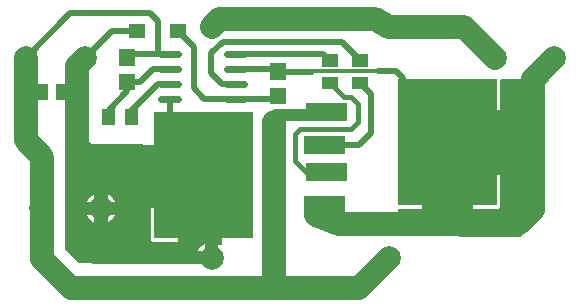
<source format=gbl>
G04 Layer: BottomLayer*
G04 EasyEDA v6.5.8, 2022-07-18 23:19:08*
G04 1589dfe675ed41be9403e30dc75cfddf,10*
G04 Gerber Generator version 0.2*
G04 Scale: 100 percent, Rotated: No, Reflected: No *
G04 Dimensions in millimeters *
G04 leading zeros omitted , absolute positions ,4 integer and 5 decimal *
%FSLAX45Y45*%
%MOMM*%

%ADD10C,2.0320*%
%ADD11C,0.5080*%
%ADD12C,0.4000*%
%ADD13C,2.0000*%
%ADD14C,0.5000*%
%ADD15C,0.3000*%
%ADD16C,1.0160*%
%ADD17C,0.5880*%
%ADD18R,1.3500X1.4100*%
%ADD19R,1.3770X1.1325*%
%ADD20C,0.7000*%
%ADD21C,0.0151*%

%LPD*%
G36*
X4504232Y-1993900D02*
G01*
X3480104Y-1990039D01*
X3476244Y-1989277D01*
X3472942Y-1987042D01*
X3470757Y-1983739D01*
X3469995Y-1979879D01*
X3469995Y-1769465D01*
X3470757Y-1765554D01*
X3472942Y-1762252D01*
X3476244Y-1760067D01*
X3480155Y-1759305D01*
X3672992Y-1759305D01*
X3672992Y-1467612D01*
X3480155Y-1467612D01*
X3476244Y-1466850D01*
X3472942Y-1464665D01*
X3470757Y-1461363D01*
X3469995Y-1457452D01*
X3469995Y-930097D01*
X3470757Y-926185D01*
X3472942Y-922883D01*
X3476244Y-920699D01*
X3480155Y-919937D01*
X3672992Y-919937D01*
X3672992Y-670153D01*
X3673754Y-666292D01*
X3675989Y-662990D01*
X3679291Y-660755D01*
X3683152Y-659993D01*
X4094530Y-659993D01*
X4098442Y-660755D01*
X4101795Y-662990D01*
X4103928Y-666292D01*
X4104741Y-670153D01*
X4104741Y-919937D01*
X4338370Y-919937D01*
X4338370Y-670153D01*
X4339132Y-666292D01*
X4341317Y-662990D01*
X4344619Y-660755D01*
X4348530Y-659993D01*
X4735474Y-659993D01*
X4739335Y-660755D01*
X4742688Y-662990D01*
X4744821Y-666292D01*
X4745634Y-670153D01*
X4744821Y-674065D01*
X4742688Y-677367D01*
X4710734Y-709320D01*
X4710023Y-710996D01*
X4711649Y-1793239D01*
X4710938Y-1797100D01*
X4708702Y-1800402D01*
X4705400Y-1802638D01*
X4699050Y-1803603D01*
X4698288Y-1804111D01*
X4511497Y-1990902D01*
X4508195Y-1993138D01*
G37*

%LPC*%
G36*
X4104741Y-1759305D02*
G01*
X4307382Y-1759305D01*
X4313834Y-1758645D01*
X4319524Y-1756918D01*
X4324756Y-1754073D01*
X4329379Y-1750314D01*
X4333240Y-1745691D01*
X4335983Y-1740407D01*
X4337761Y-1734718D01*
X4338370Y-1728266D01*
X4338370Y-1467612D01*
X4104741Y-1467612D01*
G37*

%LPD*%
G36*
X990498Y-2222500D02*
G01*
X774192Y-2220061D01*
X770331Y-2219248D01*
X767029Y-2217013D01*
X650595Y-2098446D01*
X648411Y-2095195D01*
X647750Y-2091334D01*
X647750Y-1216761D01*
X648462Y-1212850D01*
X650697Y-1209548D01*
X653999Y-1207363D01*
X657961Y-1206601D01*
X1969922Y-1219911D01*
X1973783Y-1220724D01*
X1977034Y-1222908D01*
X1979218Y-1226210D01*
X1979980Y-1230071D01*
X1979980Y-2054402D01*
X1979066Y-2058568D01*
X1976577Y-2061972D01*
X1972970Y-2064105D01*
X1968652Y-2064512D01*
X1964689Y-2063140D01*
X1957679Y-2059076D01*
X1948688Y-2059076D01*
X1948688Y-2115362D01*
X1969820Y-2115362D01*
X1973681Y-2116124D01*
X1977034Y-2118309D01*
X1979218Y-2121611D01*
X1979980Y-2125522D01*
X1979980Y-2209901D01*
X1979218Y-2213762D01*
X1977034Y-2217064D01*
X1973732Y-2219299D01*
X1969871Y-2220061D01*
X1625549Y-2222500D01*
G37*

%LPC*%
G36*
X1774850Y-2115362D02*
G01*
X1835912Y-2115362D01*
X1835912Y-2059076D01*
X1826920Y-2059076D01*
X1819402Y-2063496D01*
X1807108Y-2072843D01*
X1795983Y-2083612D01*
X1786331Y-2095652D01*
X1778050Y-2108708D01*
G37*
G36*
X1407617Y-2038756D02*
G01*
X1610258Y-2038756D01*
X1610258Y-1747062D01*
X1376629Y-1747062D01*
X1376629Y-2007717D01*
X1377238Y-2014169D01*
X1379016Y-2019858D01*
X1381760Y-2025142D01*
X1385570Y-2029764D01*
X1390243Y-2033524D01*
X1395425Y-2036368D01*
X1401165Y-2038096D01*
G37*
G36*
X1011377Y-1870252D02*
G01*
X1024686Y-1862937D01*
X1037234Y-1853946D01*
X1048664Y-1843481D01*
X1058722Y-1831797D01*
X1067409Y-1818944D01*
X1072540Y-1808937D01*
X1011377Y-1808937D01*
G37*
G36*
X898702Y-1870049D02*
G01*
X898702Y-1808937D01*
X837488Y-1808937D01*
X838962Y-1812188D01*
X846785Y-1825498D01*
X856183Y-1837791D01*
X866952Y-1848866D01*
X878941Y-1858619D01*
X892098Y-1866849D01*
G37*
G36*
X837488Y-1696262D02*
G01*
X898702Y-1696262D01*
X898702Y-1635150D01*
X892098Y-1638350D01*
X878941Y-1646580D01*
X866952Y-1656334D01*
X856183Y-1667408D01*
X846785Y-1679702D01*
X838962Y-1693011D01*
G37*
G36*
X1011377Y-1696262D02*
G01*
X1072540Y-1696262D01*
X1067409Y-1686255D01*
X1058722Y-1673402D01*
X1048664Y-1661718D01*
X1037234Y-1651254D01*
X1024686Y-1642262D01*
X1011377Y-1634947D01*
G37*

%LPD*%
D10*
X3390900Y-2171700D02*
G01*
X3136900Y-2425700D01*
X3086100Y-2425700D01*
D11*
X2093343Y-825497D02*
G01*
X2451102Y-825497D01*
X2451102Y-801494D01*
X643000Y-770001D02*
G01*
X749302Y-663699D01*
X749302Y-656846D01*
X1538759Y-838304D02*
G01*
X1538759Y-1473304D01*
X1826036Y-1473304D01*
D10*
X4289552Y-480009D02*
G01*
X4025440Y-215897D01*
X3390902Y-215897D01*
D11*
X3149625Y-693521D02*
G01*
X3240049Y-783945D01*
X3240049Y-1116177D01*
X3136925Y-1219301D01*
X2847365Y-1219301D01*
D12*
X2895625Y-693521D02*
G01*
X3012211Y-810107D01*
X3070631Y-810107D01*
X3130067Y-869543D01*
X3130067Y-1022959D01*
X3073425Y-1079601D01*
X2641625Y-1079601D01*
X2599969Y-1121257D01*
X2599969Y-1355445D01*
X2692425Y-1447901D01*
X2867431Y-1447901D01*
D13*
X2420000Y-2420000D02*
G01*
X2420000Y-1020000D01*
D14*
X319557Y-480009D02*
G01*
X697862Y-101704D01*
X1371627Y-101704D01*
X1435127Y-165204D01*
X1435127Y-419204D01*
D11*
X2093343Y-571497D02*
G01*
X2451102Y-571497D01*
X2451102Y-595503D01*
X2093340Y-444500D02*
G01*
X2839821Y-444500D01*
X2895600Y-500278D01*
D14*
X2451100Y-595503D02*
G01*
X2741340Y-595503D01*
D11*
X820445Y-479907D02*
G01*
X1046505Y-254101D01*
X1261643Y-254101D01*
D14*
X3304994Y-595000D02*
G01*
X3455441Y-595477D01*
D15*
X3888765Y-1193647D02*
G01*
X3888765Y-1028801D01*
X3455441Y-595477D01*
X2451125Y-595477D01*
D14*
X3454994Y-595000D02*
G01*
X3513180Y-653186D01*
D11*
X1180007Y-683005D02*
G01*
X1286896Y-683005D01*
X1398404Y-571497D01*
X1538859Y-571497D01*
X1180007Y-477012D02*
G01*
X1212522Y-444497D01*
X1538859Y-444497D01*
X1020851Y-978004D02*
G01*
X1020851Y-919149D01*
X1180007Y-759993D01*
X1180007Y-683005D01*
D10*
X457225Y-1752701D02*
G01*
X457225Y-1317091D01*
X319557Y-1179677D01*
X319557Y-479907D01*
D11*
X2093239Y-698601D02*
G01*
X1978685Y-698601D01*
X1890039Y-609955D01*
X1890039Y-440029D01*
X1987067Y-343001D01*
X2997225Y-343001D01*
X3149625Y-495401D01*
X3149625Y-500227D01*
X1608607Y-254101D02*
G01*
X1739925Y-385419D01*
X1739925Y-736701D01*
X1828825Y-825601D01*
X2093239Y-825601D01*
X1214145Y-978001D02*
G01*
X1214145Y-925931D01*
X1441475Y-698601D01*
X1538757Y-698601D01*
D10*
X1892325Y-216001D02*
G01*
X1955825Y-152501D01*
X3276625Y-152501D01*
X3390925Y-216001D01*
X457225Y-1752701D02*
G01*
X457225Y-2184501D01*
X698525Y-2425801D01*
X3086125Y-2425801D01*
D16*
X2799991Y-964996D02*
G01*
X2434320Y-964996D01*
D10*
X820445Y-479907D02*
G01*
X749325Y-551027D01*
X749325Y-1229207D01*
X965225Y-1445107D01*
X1244625Y-1473301D02*
G01*
X1826031Y-1473301D01*
X4790465Y-479907D02*
G01*
X4610125Y-660247D01*
X4610125Y-1765401D01*
X4485411Y-1890115D01*
X2969285Y-1890115D01*
X2774975Y-1810105D01*
D17*
X1611708Y-825500D02*
G01*
X1466009Y-825500D01*
X1611708Y-698500D02*
G01*
X1466009Y-698500D01*
X1611708Y-571500D02*
G01*
X1466009Y-571500D01*
X1611708Y-444500D02*
G01*
X1466009Y-444500D01*
X2166190Y-825500D02*
G01*
X2020491Y-825500D01*
X2166190Y-698500D02*
G01*
X2020491Y-698500D01*
X2166190Y-571500D02*
G01*
X2020491Y-571500D01*
X2166190Y-444500D02*
G01*
X2020491Y-444500D01*
G36*
X1407119Y-2008225D02*
G01*
X2245121Y-2008225D01*
X2245121Y-938225D01*
X1407119Y-938225D01*
G37*
G36*
X2672427Y-1802201D02*
G01*
X3022429Y-1802201D01*
X3022429Y-1652198D01*
X2672427Y-1652198D01*
G37*
G36*
X2672473Y-1294201D02*
G01*
X3022475Y-1294201D01*
X3022475Y-1144198D01*
X2672473Y-1144198D01*
G37*
G36*
X4307880Y-658774D02*
G01*
X3469878Y-658774D01*
X3469878Y-1728774D01*
X4307880Y-1728774D01*
G37*
G36*
X3042572Y-864798D02*
G01*
X2692570Y-864798D01*
X2692570Y-1014801D01*
X3042572Y-1014801D01*
G37*
G36*
X3042526Y-1372798D02*
G01*
X2692524Y-1372798D01*
X2692524Y-1522801D01*
X3042526Y-1522801D01*
G37*
D18*
G01*
X2451100Y-801496D03*
G36*
X2518600Y-666000D02*
G01*
X2383599Y-666000D01*
X2383599Y-525000D01*
X2518600Y-525000D01*
G37*
G01*
X1180007Y-683005D03*
G36*
X1247500Y-547502D02*
G01*
X1112499Y-547502D01*
X1112499Y-406501D01*
X1247500Y-406501D01*
G37*
G36*
X572500Y-702500D02*
G01*
X572500Y-837501D01*
X713501Y-837501D01*
X713501Y-702500D01*
G37*
G36*
X507502Y-702500D02*
G01*
X507502Y-837501D01*
X366501Y-837501D01*
X366501Y-702500D01*
G37*
G36*
X1331605Y-194000D02*
G01*
X1191602Y-194000D01*
X1191602Y-313999D01*
X1331605Y-313999D01*
G37*
G36*
X1678597Y-194000D02*
G01*
X1538594Y-194000D01*
X1538594Y-313999D01*
X1678597Y-313999D01*
G37*
D19*
G01*
X2895600Y-693521D03*
G36*
X2964449Y-556900D02*
G01*
X2826750Y-556900D01*
X2826750Y-443646D01*
X2964449Y-443646D01*
G37*
G36*
X1157599Y-909050D02*
G01*
X1157599Y-1046749D01*
X1270853Y-1046749D01*
X1270853Y-909050D01*
G37*
G36*
X1077600Y-909050D02*
G01*
X1077600Y-1046749D01*
X964346Y-1046749D01*
X964346Y-909050D01*
G37*
G01*
X3149600Y-693521D03*
G36*
X3218449Y-556900D02*
G01*
X3080750Y-556900D01*
X3080750Y-443646D01*
X3218449Y-443646D01*
G37*
D13*
G01*
X955039Y-1752600D03*
G01*
X447039Y-1752600D03*
G01*
X1892300Y-2171700D03*
G01*
X1892300Y-215900D03*
G01*
X3390900Y-215900D03*
G01*
X3390900Y-2171700D03*
G01*
X4289552Y-480009D03*
G01*
X4790439Y-480009D03*
G01*
X319557Y-480009D03*
G01*
X820445Y-480009D03*
D20*
G01*
X1829993Y-1369999D03*
G01*
X1829993Y-1170000D03*
G01*
X1829993Y-1569999D03*
G01*
X1629994Y-1369999D03*
G01*
X2029993Y-1369999D03*
G01*
X1629994Y-1170000D03*
G01*
X2029993Y-1170000D03*
G01*
X1629994Y-1569999D03*
G01*
X2029993Y-1569999D03*
G01*
X1829993Y-1170000D03*
G01*
X1629994Y-1170000D03*
G01*
X2029993Y-1170000D03*
G01*
X1629994Y-1769998D03*
G01*
X1829993Y-1769998D03*
G01*
X2029993Y-1769998D03*
G01*
X3690010Y-889990D03*
G01*
X3890009Y-889990D03*
G01*
X4090009Y-889990D03*
G01*
X4090009Y-889990D03*
G01*
X3890009Y-889990D03*
G01*
X3690010Y-889990D03*
G01*
X3690010Y-1089990D03*
G01*
X3890009Y-1089990D03*
G01*
X4090009Y-1089990D03*
G01*
X4090009Y-1289989D03*
G01*
X4090009Y-1489989D03*
G01*
X3890009Y-1489989D03*
G01*
X3890009Y-1289989D03*
G01*
X3690010Y-1289989D03*
G01*
X3690010Y-1489989D03*
G01*
X2759989Y-1724990D03*
G01*
X2924987Y-1724990D03*
G01*
X2780004Y-940003D03*
G01*
X2950006Y-940003D03*
M02*

</source>
